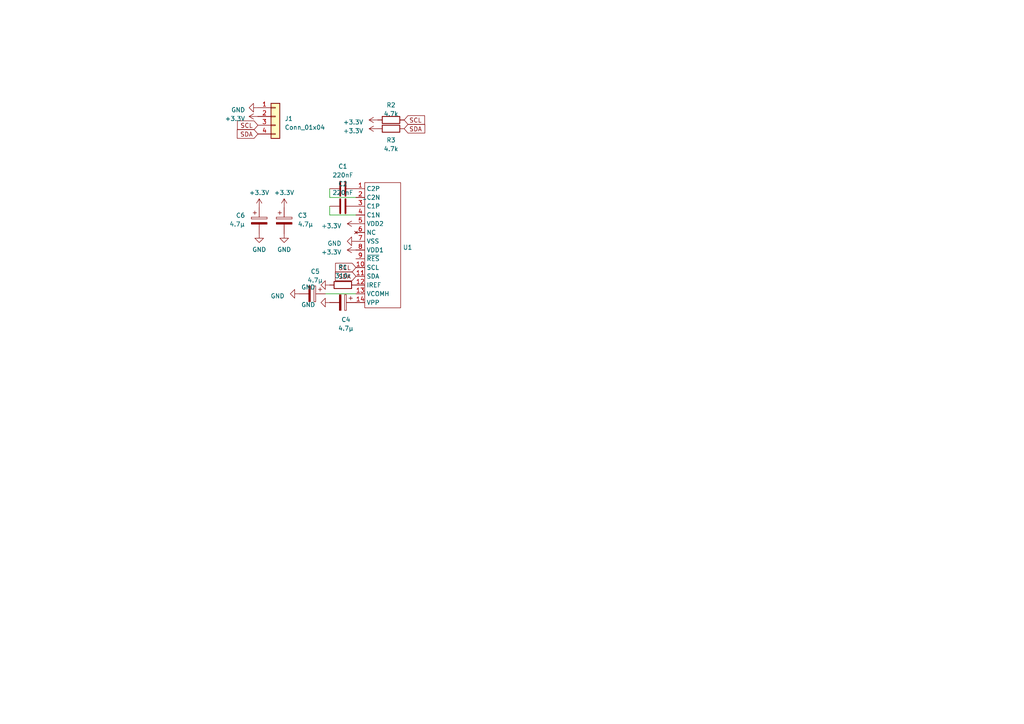
<source format=kicad_sch>
(kicad_sch (version 20230121) (generator eeschema)
  (paper "A4")
  (lib_symbols
    (symbol "Connector_Generic:Conn_01x04" (pin_names (offset 1.016) hide)
      (property "Reference" "J" (at 0 5.08 0))
      (property "Value" "Conn_01x04" (at 0 -7.62 0))
      (symbol "Conn_01x04_1_1"
        (rectangle (start -1.27 -4.953) (end 0 -5.207) (stroke (width 0.1524)))
        (rectangle (start -1.27 -2.413) (end 0 -2.667) (stroke (width 0.1524)))
        (rectangle (start -1.27 0.127) (end 0 -0.127) (stroke (width 0.1524)))
        (rectangle (start -1.27 2.667) (end 0 2.413) (stroke (width 0.1524)))
        (rectangle (start -1.27 3.81) (end 1.27 -6.35) (stroke (width 0.254)) (fill (type background)))
        (pin passive line (at -5.08 2.54 0) (length 3.81) (name "Pin_1") (number "1"))
        (pin passive line (at -5.08 0 0) (length 3.81) (name "Pin_2") (number "2"))
        (pin passive line (at -5.08 -2.54 0) (length 3.81) (name "Pin_3") (number "3"))
        (pin passive line (at -5.08 -5.08 0) (length 3.81) (name "Pin_4") (number "4"))
      )
    )
    (symbol "Device:C" (pin_numbers hide) (pin_names (offset 0.254))
      (property "Reference" "C" (at 0.635 2.54 0))
      (property "Value" "C" (at 0.635 -2.54 0))
      (symbol "C_0_1"
        (polyline (pts (xy -2.032 -0.762) (xy 2.032 -0.762)) (stroke (width 0.508)))
        (polyline (pts (xy -2.032 0.762) (xy 2.032 0.762)) (stroke (width 0.508)))
      )
      (symbol "C_1_1"
        (pin passive line (at 0 3.81 270) (length 2.794) (name "~") (number "1"))
        (pin passive line (at 0 -3.81 90) (length 2.794) (name "~") (number "2"))
      )
    )
    (symbol "Device:C_Polarized" (pin_numbers hide) (pin_names (offset 0.254))
      (property "Reference" "C" (at 0.635 2.54 0))
      (property "Value" "C_Polarized" (at 0.635 -2.54 0))
      (symbol "C_Polarized_0_1"
        (rectangle (start -2.286 0.508) (end 2.286 1.016))
        (polyline (pts (xy -1.778 2.286) (xy -0.762 2.286)))
        (polyline (pts (xy -1.27 2.794) (xy -1.27 1.778)))
        (rectangle (start 2.286 -0.508) (end -2.286 -1.016) (fill (type outline)))
      )
      (symbol "C_Polarized_1_1"
        (pin passive line (at 0 3.81 270) (length 2.794) (name "~") (number "1"))
        (pin passive line (at 0 -3.81 90) (length 2.794) (name "~") (number "2"))
      )
    )
    (symbol "Device:R" (pin_numbers hide) (pin_names (offset 0))
      (property "Reference" "R" (at 2.032 0 90))
      (property "Value" "R" (at 0 0 90))
      (symbol "R_0_1"
        (rectangle (start -1.016 -2.54) (end 1.016 2.54) (stroke (width 0.254)))
      )
      (symbol "R_1_1"
        (pin passive line (at 0 3.81 270) (length 1.27) (name "~") (number "1"))
        (pin passive line (at 0 -3.81 90) (length 1.27) (name "~") (number "2"))
      )
    )
    (symbol "Pale Slim Ghost:OLED_CH1117"
      (property "Reference" "U" (at 8.128 0 90))
      (symbol "OLED_CH1117_0_1"
        (rectangle (start 0 18.288) (end 10.414 -18.034))
      )
      (symbol "OLED_CH1117_1_1"
        (pin passive line (at -2.54 16.51 0) (length 2.54) (name "C2P") (number "1"))
        (pin input line (at -2.54 -6.35 0) (length 2.54) (name "SCL") (number "10"))
        (pin input line (at -2.54 -8.89 0) (length 2.54) (name "SDA") (number "11"))
        (pin input line (at -2.54 -11.43 0) (length 2.54) (name "IREF") (number "12"))
        (pin power_in line (at -2.54 -13.97 0) (length 2.54) (name "VCOMH") (number "13"))
        (pin power_in line (at -2.54 -16.51 0) (length 2.54) (name "VPP") (number "14"))
        (pin passive line (at -2.54 13.97 0) (length 2.54) (name "C2N") (number "2"))
        (pin passive line (at -2.54 11.43 0) (length 2.54) (name "C1P") (number "3"))
        (pin passive line (at -2.54 8.89 0) (length 2.54) (name "C1N") (number "4"))
        (pin power_in line (at -2.54 6.35 0) (length 2.54) (name "VDD2") (number "5"))
        (pin no_connect line (at -2.54 3.81 0) (length 2.54) (name "NC") (number "6"))
        (pin power_in line (at -2.54 1.27 0) (length 2.54) (name "VSS") (number "7"))
        (pin power_in line (at -2.54 -1.27 0) (length 2.54) (name "VDD1") (number "8"))
        (pin input line (at -2.54 -3.81 0) (length 2.54) (name "~{RES}") (number "9"))
      )
    )
    (symbol "power:+3.3V" (power) (pin_names (offset 0))
      (property "Value" "+3.3V" (at 0 3.556 0))
      (symbol "+3.3V_0_1"
        (polyline (pts (xy -0.762 1.27) (xy 0 2.54)))
        (polyline (pts (xy 0 0) (xy 0 2.54)))
        (polyline (pts (xy 0 2.54) (xy 0.762 1.27)))
      )
      (symbol "+3.3V_1_1"
        (pin power_in line (at 0 0 90) (length 0) hide (name "+3.3V") (number "1"))
      )
    )
    (symbol "power:GND" (power) (pin_names (offset 0))
      (property "Value" "GND" (at 0 -3.81 0))
      (symbol "GND_0_1"
        (polyline (pts (xy 0 0) (xy 0 -1.27) (xy 1.27 -1.27) (xy 0 -2.54) (xy -1.27 -1.27) (xy 0 -1.27)))
      )
      (symbol "GND_1_1"
        (pin power_in line (at 0 0 270) (length 0) hide (name "GND") (number "1"))
      )
    )
  )
  (wire (pts (xy 95.631 62.357) (xy 95.631 59.817)))
  (wire (pts (xy 103.251 62.357) (xy 95.631 62.357)))
  (wire (pts (xy 103.251 57.277) (xy 95.631 57.277)))
  (wire (pts (xy 103.251 85.217) (xy 94.361 85.217)))
  (wire (pts (xy 95.631 57.277) (xy 95.631 54.737)))
  (global_label "SCL" (shape input) (at 117.221 34.798 0) (property "Intersheetrefs" "${INTERSHEET_REFS}" (effects hide)))
  (global_label "SCL" (shape input) (at 103.251 77.597 180) (property "Intersheetrefs" "${INTERSHEET_REFS}" (effects hide)))
  (global_label "SCL" (shape input) (at 74.803 36.322 180) (property "Intersheetrefs" "${INTERSHEET_REFS}" (effects hide)))
  (global_label "SDA" (shape input) (at 117.221 37.338 0) (property "Intersheetrefs" "${INTERSHEET_REFS}" (effects hide)))
  (global_label "SDA" (shape input) (at 74.803 38.862 180) (property "Intersheetrefs" "${INTERSHEET_REFS}" (effects hide)))
  (global_label "SDA" (shape input) (at 103.251 80.137 180) (property "Intersheetrefs" "${INTERSHEET_REFS}" (effects hide)))
  (symbol (lib_id "Device:C_Polarized") (at 90.551 85.217 270) (unit 1)
    (property "Reference" "C5" (at 91.44 78.74 90))
    (property "Value" "4.7μ" (at 91.44 81.28 90))
    (property "Footprint" "Capacitor_SMD:C_0402_1005Metric" (effects hide))
    (property "LCSC" "C23733" (effects hide))
  )
  (symbol (lib_id "Device:R") (at 99.441 82.677 90) (unit 1)
    (property "Reference" "R1" (at 99.441 77.47 90))
    (property "Value" "310r" (at 99.441 80.01 90))
    (property "Footprint" "Resistor_SMD:R_0402_1005Metric" (effects hide))
    (property "LCSC" "C25104" (effects hide))
  )
  (symbol (lib_id "power:GND") (at 103.251 69.977 270) (unit 1)
    (property "Reference" "#PWR02" (effects hide))
    (property "Value" "GND" (at 99.06 70.612 90) (effects (justify right)))
  )
  (symbol (lib_id "Device:C") (at 99.441 59.817 90) (unit 1)
    (property "Reference" "C2" (at 99.441 53.34 90))
    (property "Value" "220nF" (at 99.441 55.88 90))
    (property "Footprint" "Capacitor_SMD:C_0402_1005Metric" (effects hide))
    (property "LCSC" "C16772" (effects hide))
  )
  (symbol (lib_id "power:GND") (at 74.803 31.242 270) (unit 1)
    (property "Reference" "#PWR011" (effects hide))
    (property "Value" "GND" (at 71.12 31.877 90) (effects (justify right)))
  )
  (symbol (lib_id "Device:R") (at 113.411 37.338 90) (unit 1)
    (property "Reference" "R3" (at 113.411 40.64 90))
    (property "Value" "4.7k" (at 113.411 43.18 90))
    (property "Footprint" "Resistor_SMD:R_0402_1005Metric" (effects hide))
    (property "LCSC" "C25900" (effects hide))
  )
  (symbol (lib_id "power:+3.3V") (at 109.601 37.338 90) (unit 1)
    (property "Reference" "#PWR014" (effects hide))
    (property "Value" "+3.3V" (at 105.41 37.973 90) (effects (justify left)))
  )
  (symbol (lib_id "power:GND") (at 86.741 85.217 270) (unit 1)
    (property "Reference" "#PWR06" (effects hide))
    (property "Value" "GND" (at 82.55 85.852 90) (effects (justify right)))
  )
  (symbol (lib_id "power:+3.3V") (at 75.184 60.198 0) (unit 1)
    (property "Reference" "#PWR08" (effects hide))
    (property "Value" "+3.3V" (at 75.184 55.88 0))
  )
  (symbol (lib_id "power:+3.3V") (at 82.423 60.198 0) (unit 1)
    (property "Reference" "#PWR07" (effects hide))
    (property "Value" "+3.3V" (at 82.423 55.88 0))
  )
  (symbol (lib_id "Device:C") (at 99.441 54.737 90) (unit 1)
    (property "Reference" "C1" (at 99.441 48.26 90))
    (property "Value" "220nF" (at 99.441 50.8 90))
    (property "Footprint" "Capacitor_SMD:C_0402_1005Metric" (effects hide))
    (property "LCSC" "C16772" (effects hide))
  )
  (symbol (lib_id "Device:R") (at 113.411 34.798 90) (unit 1)
    (property "Reference" "R2" (at 113.411 30.48 90))
    (property "Value" "4.7k" (at 113.411 33.02 90))
    (property "Footprint" "Resistor_SMD:R_0402_1005Metric" (effects hide))
    (property "LCSC" "C25900" (effects hide))
  )
  (symbol (lib_id "power:+3.3V") (at 109.601 34.798 90) (unit 1)
    (property "Reference" "#PWR013" (effects hide))
    (property "Value" "+3.3V" (at 105.41 35.433 90) (effects (justify left)))
  )
  (symbol (lib_id "Connector_Generic:Conn_01x04") (at 79.883 33.782 0) (unit 1)
    (property "Reference" "J1" (at 82.55 34.417 0) (effects (justify left)))
    (property "Value" "Conn_01x04" (at 82.55 36.957 0) (effects (justify left)))
    (property "Footprint" "Connector_PinHeader_2.54mm:PinHeader_1x04_P2.54mm_Vertical" (effects hide))
  )
  (symbol (lib_id "power:+3.3V") (at 74.803 33.782 90) (unit 1)
    (property "Reference" "#PWR012" (effects hide))
    (property "Value" "+3.3V" (at 71.12 34.417 90) (effects (justify left)))
  )
  (symbol (lib_id "power:GND") (at 75.184 67.818 0) (unit 1)
    (property "Reference" "#PWR09" (effects hide))
    (property "Value" "GND" (at 75.184 72.39 0))
  )
  (symbol (lib_id "power:GND") (at 82.423 67.818 0) (unit 1)
    (property "Reference" "#PWR010" (effects hide))
    (property "Value" "GND" (at 82.423 72.39 0))
  )
  (symbol (lib_id "Device:C_Polarized") (at 75.184 64.008 0) (unit 1)
    (property "Reference" "C6" (at 71.12 62.484 0) (effects (justify right)))
    (property "Value" "4.7μ" (at 71.12 65.024 0) (effects (justify right)))
    (property "Footprint" "Capacitor_SMD:C_0402_1005Metric" (effects hide))
    (property "LCSC" "C23733" (effects hide))
  )
  (symbol (lib_id "Pale Slim Ghost:OLED_CH1117") (at 105.791 71.247 0) (unit 1)
    (property "Reference" "U1" (at 116.84 71.755 0) (effects (justify left)))
    (property "Value" "~" (at 105.791 57.785 0))
    (property "Footprint" "Pale Slim Ghost:ER-OLED0.50-1" (effects hide))
  )
  (symbol (lib_id "power:GND") (at 95.631 87.757 270) (unit 1)
    (property "Reference" "#PWR05" (effects hide))
    (property "Value" "GND" (at 91.44 88.392 90) (effects (justify right)))
  )
  (symbol (lib_id "Device:C_Polarized") (at 82.423 64.008 0) (unit 1)
    (property "Reference" "C3" (at 86.36 62.484 0) (effects (justify left)))
    (property "Value" "4.7μ" (at 86.36 65.024 0) (effects (justify left)))
    (property "Footprint" "Capacitor_SMD:C_0402_1005Metric" (effects hide))
    (property "LCSC" "C23733" (effects hide))
  )
  (symbol (lib_id "Device:C_Polarized") (at 99.441 87.757 270) (unit 1)
    (property "Reference" "C4" (at 100.33 92.71 90))
    (property "Value" "4.7μ" (at 100.33 95.25 90))
    (property "Footprint" "Capacitor_SMD:C_0402_1005Metric" (effects hide))
    (property "LCSC" "C23733" (effects hide))
  )
  (symbol (lib_id "power:+3.3V") (at 103.251 64.897 90) (unit 1)
    (property "Reference" "#PWR01" (effects hide))
    (property "Value" "+3.3V" (at 99.06 65.532 90) (effects (justify left)))
  )
  (symbol (lib_id "power:GND") (at 95.631 82.677 270) (unit 1)
    (property "Reference" "#PWR04" (effects hide))
    (property "Value" "GND" (at 91.44 83.312 90) (effects (justify right)))
  )
  (symbol (lib_id "power:+3.3V") (at 103.251 72.517 90) (unit 1)
    (property "Reference" "#PWR03" (effects hide))
    (property "Value" "+3.3V" (at 99.06 73.152 90) (effects (justify left)))
  )
)
</source>
